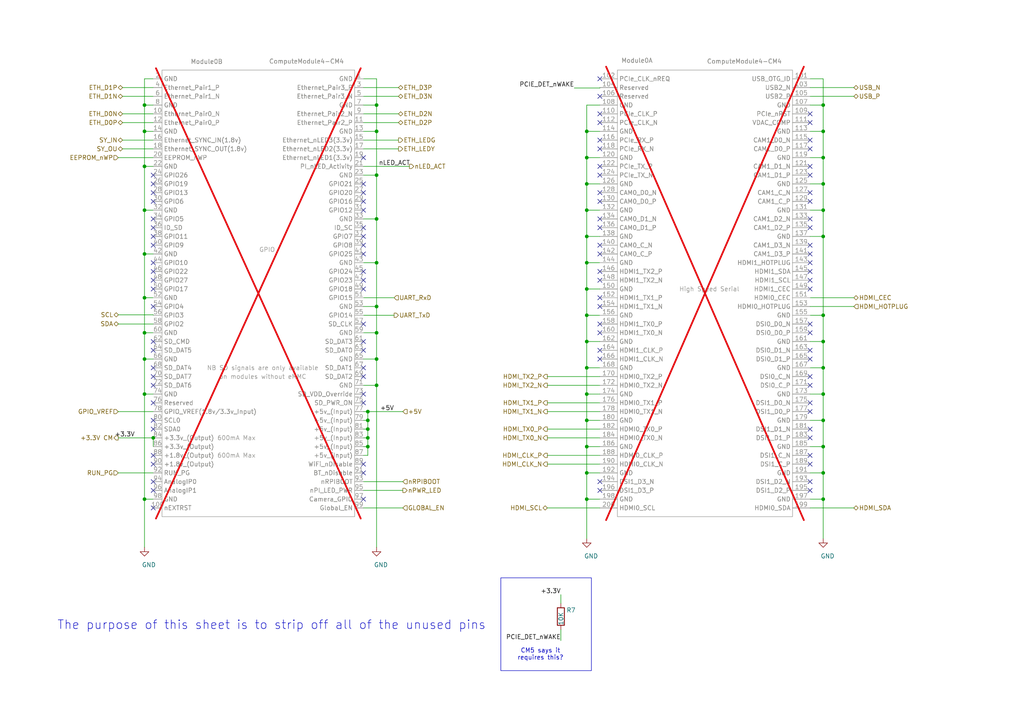
<source format=kicad_sch>
(kicad_sch (version 20231120) (generator "eeschema") (generator_version "8.0")
  (paper "A4")
  (title_block (title "Hexa-Pi") (date "2024-01/02") (rev "1.0") (company "Coxyz") (comment 1 "fjc"))
  (lib_symbols
    (symbol "CM4IO:ComputeModule4-CM4"
      (property "Reference" "Module" (at 113.03 -68.58 0))
      (property "Value" "ComputeModule4-CM4" (at 140.97 2.54 0))
      (property "Special" "Hirose" (at 0 0 0))
      (symbol "ComputeModule4-CM4_1_0"
        (text "GPIO" (at 0 6.35 0) (effects (font (size 1.27 1.27))))
      )
      (symbol "ComputeModule4-CM4_1_1"
        (rectangle (start -30.48 -71.12) (end 25.4 58.42))
        (text "600mA Max" (at -8.89 -53.34 0) (effects (font (size 1.27 1.27))))
        (text "600mA Max" (at -8.89 -48.26 0) (effects (font (size 1.27 1.27))))
        (text "NB SD signals are only available" (at -1.27 -27.94 0) (effects (font (size 1.27 1.27))))
        (text "on modules without eMMC" (at -1.27 -30.48 0) (effects (font (size 1.27 1.27))))
        (pin power_in line (at 27.94 55.88 180) (length 2.54) (name "GND") (number "1"))
        (pin passive line (at -33.02 45.72 0) (length 2.54) (name "Ethernet_Pair0_N") (number "10"))
        (pin output line (at -33.02 -68.58 0) (length 2.54) (name "nEXTRST") (number "100"))
        (pin passive line (at 27.94 43.18 180) (length 2.54) (name "Ethernet_Pair2_P") (number "11"))
        (pin passive line (at -33.02 43.18 0) (length 2.54) (name "Ethernet_Pair0_P") (number "12"))
        (pin power_in line (at 27.94 40.64 180) (length 2.54) (name "GND") (number "13"))
        (pin power_in line (at -33.02 40.64 0) (length 2.54) (name "GND") (number "14"))
        (pin output line (at 27.94 38.1 180) (length 2.54) (name "Ethernet_nLED3(3.3v)") (number "15"))
        (pin input line (at -33.02 38.1 0) (length 2.54) (name "Ethernet_SYNC_IN(1.8v)") (number "16"))
        (pin output line (at 27.94 35.56 180) (length 2.54) (name "Ethernet_nLED2(3.3v)") (number "17"))
        (pin input line (at -33.02 35.56 0) (length 2.54) (name "Ethernet_SYNC_OUT(1.8v)") (number "18"))
        (pin output line (at 27.94 33.02 180) (length 2.54) (name "Ethernet_nLED1(3.3v)") (number "19"))
        (pin power_in line (at -33.02 55.88 0) (length 2.54) (name "GND") (number "2"))
        (pin passive line (at -33.02 33.02 0) (length 2.54) (name "EEPROM_nWP") (number "20"))
        (pin open_collector line (at 27.94 30.48 180) (length 2.54) (name "PI_nLED_Activity") (number "21"))
        (pin power_in line (at -33.02 30.48 0) (length 2.54) (name "GND") (number "22"))
        (pin power_in line (at 27.94 27.94 180) (length 2.54) (name "GND") (number "23"))
        (pin passive line (at -33.02 27.94 0) (length 2.54) (name "GPIO26") (number "24"))
        (pin passive line (at 27.94 25.4 180) (length 2.54) (name "GPIO21") (number "25"))
        (pin passive line (at -33.02 25.4 0) (length 2.54) (name "GPIO19") (number "26"))
        (pin passive line (at 27.94 22.86 180) (length 2.54) (name "GPIO20") (number "27"))
        (pin passive line (at -33.02 22.86 0) (length 2.54) (name "GPIO13") (number "28"))
        (pin passive line (at 27.94 20.32 180) (length 2.54) (name "GPIO16") (number "29"))
        (pin passive line (at 27.94 53.34 180) (length 2.54) (name "Ethernet_Pair3_P") (number "3"))
        (pin passive line (at -33.02 20.32 0) (length 2.54) (name "GPIO6") (number "30"))
        (pin passive line (at 27.94 17.78 180) (length 2.54) (name "GPIO12") (number "31"))
        (pin power_in line (at -33.02 17.78 0) (length 2.54) (name "GND") (number "32"))
        (pin power_in line (at 27.94 15.24 180) (length 2.54) (name "GND") (number "33"))
        (pin passive line (at -33.02 15.24 0) (length 2.54) (name "GPIO5") (number "34"))
        (pin passive line (at 27.94 12.7 180) (length 2.54) (name "ID_SC") (number "35"))
        (pin passive line (at -33.02 12.7 0) (length 2.54) (name "ID_SD") (number "36"))
        (pin passive line (at 27.94 10.16 180) (length 2.54) (name "GPIO7") (number "37"))
        (pin passive line (at -33.02 10.16 0) (length 2.54) (name "GPIO11") (number "38"))
        (pin passive line (at 27.94 7.62 180) (length 2.54) (name "GPIO8") (number "39"))
        (pin passive line (at -33.02 53.34 0) (length 2.54) (name "Ethernet_Pair1_P") (number "4"))
        (pin passive line (at -33.02 7.62 0) (length 2.54) (name "GPIO9") (number "40"))
        (pin passive line (at 27.94 5.08 180) (length 2.54) (name "GPIO25") (number "41"))
        (pin power_in line (at -33.02 5.08 0) (length 2.54) (name "GND") (number "42"))
        (pin power_in line (at 27.94 2.54 180) (length 2.54) (name "GND") (number "43"))
        (pin passive line (at -33.02 2.54 0) (length 2.54) (name "GPIO10") (number "44"))
        (pin passive line (at 27.94 0 180) (length 2.54) (name "GPIO24") (number "45"))
        (pin passive line (at -33.02 0 0) (length 2.54) (name "GPIO22") (number "46"))
        (pin passive line (at 27.94 -2.54 180) (length 2.54) (name "GPIO23") (number "47"))
        (pin passive line (at -33.02 -2.54 0) (length 2.54) (name "GPIO27") (number "48"))
        (pin passive line (at 27.94 -5.08 180) (length 2.54) (name "GPIO18") (number "49"))
        (pin passive line (at 27.94 50.8 180) (length 2.54) (name "Ethernet_Pair3_N") (number "5"))
        (pin passive line (at -33.02 -5.08 0) (length 2.54) (name "GPIO17") (number "50"))
        (pin passive line (at 27.94 -7.62 180) (length 2.54) (name "GPIO15") (number "51"))
        (pin power_in line (at -33.02 -7.62 0) (length 2.54) (name "GND") (number "52"))
        (pin power_in line (at 27.94 -10.16 180) (length 2.54) (name "GND") (number "53"))
        (pin passive line (at -33.02 -10.16 0) (length 2.54) (name "GPIO4") (number "54"))
        (pin passive line (at 27.94 -12.7 180) (length 2.54) (name "GPIO14") (number "55"))
        (pin passive line (at -33.02 -12.7 0) (length 2.54) (name "GPIO3") (number "56"))
        (pin passive line (at 27.94 -15.24 180) (length 2.54) (name "SD_CLK") (number "57"))
        (pin passive line (at -33.02 -15.24 0) (length 2.54) (name "GPIO2") (number "58"))
        (pin power_in line (at 27.94 -17.78 180) (length 2.54) (name "GND") (number "59"))
        (pin passive line (at -33.02 50.8 0) (length 2.54) (name "Ethernet_Pair1_N") (number "6"))
        (pin power_in line (at -33.02 -17.78 0) (length 2.54) (name "GND") (number "60"))
        (pin passive line (at 27.94 -20.32 180) (length 2.54) (name "SD_DAT3") (number "61"))
        (pin passive line (at -33.02 -20.32 0) (length 2.54) (name "SD_CMD") (number "62"))
        (pin passive line (at 27.94 -22.86 180) (length 2.54) (name "SD_DAT0") (number "63"))
        (pin passive line (at -33.02 -22.86 0) (length 2.54) (name "SD_DAT5") (number "64"))
        (pin power_in line (at 27.94 -25.4 180) (length 2.54) (name "GND") (number "65"))
        (pin power_in line (at -33.02 -25.4 0) (length 2.54) (name "GND") (number "66"))
        (pin passive line (at 27.94 -27.94 180) (length 2.54) (name "SD_DAT1") (number "67"))
        (pin passive line (at -33.02 -27.94 0) (length 2.54) (name "SD_DAT4") (number "68"))
        (pin passive line (at 27.94 -30.48 180) (length 2.54) (name "SD_DAT2") (number "69"))
        (pin power_in line (at 27.94 48.26 180) (length 2.54) (name "GND") (number "7"))
        (pin passive line (at -33.02 -30.48 0) (length 2.54) (name "SD_DAT7") (number "70"))
        (pin power_in line (at 27.94 -33.02 180) (length 2.54) (name "GND") (number "71"))
        (pin passive line (at -33.02 -33.02 0) (length 2.54) (name "SD_DAT6") (number "72"))
        (pin input line (at 27.94 -35.56 180) (length 2.54) (name "SD_VDD_Override") (number "73"))
        (pin power_in line (at -33.02 -35.56 0) (length 2.54) (name "GND") (number "74"))
        (pin output line (at 27.94 -38.1 180) (length 2.54) (name "SD_PWR_ON") (number "75"))
        (pin passive line (at -33.02 -38.1 0) (length 2.54) (name "Reserved") (number "76"))
        (pin power_in line (at 27.94 -40.64 180) (length 2.54) (name "+5v_(Input)") (number "77"))
        (pin power_in line (at -33.02 -40.64 0) (length 2.54) (name "GPIO_VREF(1.8v/3.3v_Input)") (number "78"))
        (pin power_in line (at 27.94 -43.18 180) (length 2.54) (name "+5v_(Input)") (number "79"))
        (pin power_in line (at -33.02 48.26 0) (length 2.54) (name "GND") (number "8"))
        (pin passive line (at -33.02 -43.18 0) (length 2.54) (name "SCL0") (number "80"))
        (pin power_in line (at 27.94 -45.72 180) (length 2.54) (name "+5v_(Input)") (number "81"))
        (pin passive line (at -33.02 -45.72 0) (length 2.54) (name "SDA0") (number "82"))
        (pin power_in line (at 27.94 -48.26 180) (length 2.54) (name "+5v_(Input)") (number "83"))
        (pin power_out line (at -33.02 -48.26 0) (length 2.54) (name "+3.3v_(Output)") (number "84"))
        (pin power_in line (at 27.94 -50.8 180) (length 2.54) (name "+5v_(Input)") (number "85"))
        (pin power_out line (at -33.02 -50.8 0) (length 2.54) (name "+3.3v_(Output)") (number "86"))
        (pin power_in line (at 27.94 -53.34 180) (length 2.54) (name "+5v_(Input)") (number "87"))
        (pin power_out line (at -33.02 -53.34 0) (length 2.54) (name "+1.8v_(Output)") (number "88"))
        (pin power_in line (at 27.94 -55.88 180) (length 2.54) (name "WiFi_nDisable") (number "89"))
        (pin passive line (at 27.94 45.72 180) (length 2.54) (name "Ethernet_Pair2_N") (number "9"))
        (pin power_out line (at -33.02 -55.88 0) (length 2.54) (name "+1.8v_(Output)") (number "90"))
        (pin power_in line (at 27.94 -58.42 180) (length 2.54) (name "BT_nDisable") (number "91"))
        (pin passive line (at -33.02 -58.42 0) (length 2.54) (name "RUN_PG") (number "92"))
        (pin input line (at 27.94 -60.96 180) (length 2.54) (name "nRPIBOOT") (number "93"))
        (pin passive line (at -33.02 -60.96 0) (length 2.54) (name "AnalogIP0") (number "94"))
        (pin output line (at 27.94 -63.5 180) (length 2.54) (name "nPI_LED_PWR") (number "95"))
        (pin passive line (at -33.02 -63.5 0) (length 2.54) (name "AnalogIP1") (number "96"))
        (pin passive line (at 27.94 -66.04 180) (length 2.54) (name "Camera_GPIO") (number "97"))
        (pin power_in line (at -33.02 -66.04 0) (length 2.54) (name "GND") (number "98"))
        (pin input line (at 27.94 -68.58 180) (length 2.54) (name "Global_EN") (number "99"))
      )
      (symbol "ComputeModule4-CM4_2_1"
        (rectangle (start 114.3 -66.04) (end 165.1 63.5))
        (text "High Speed Serial" (at 140.97 0 0) (effects (font (size 1.27 1.27))))
        (pin input line (at 170.18 60.96 180) (length 5.08) (name "USB_OTG_ID") (number "101"))
        (pin input line (at 109.22 60.96 0) (length 5.08) (name "PCIe_CLK_nREQ") (number "102"))
        (pin passive line (at 170.18 58.42 180) (length 5.08) (name "USB2_N") (number "103"))
        (pin passive line (at 109.22 58.42 0) (length 5.08) (name "Reserved") (number "104"))
        (pin passive line (at 170.18 55.88 180) (length 5.08) (name "USB2_P") (number "105"))
        (pin passive line (at 109.22 55.88 0) (length 5.08) (name "Reserved") (number "106"))
        (pin power_in line (at 170.18 53.34 180) (length 5.08) (name "GND") (number "107"))
        (pin power_in line (at 109.22 53.34 0) (length 5.08) (name "GND") (number "108"))
        (pin bidirectional line (at 170.18 50.8 180) (length 5.08) (name "PCIe_nRST") (number "109"))
        (pin output line (at 109.22 50.8 0) (length 5.08) (name "PCIe_CLK_P") (number "110"))
        (pin passive line (at 170.18 48.26 180) (length 5.08) (name "VDAC_COMP") (number "111"))
        (pin output line (at 109.22 48.26 0) (length 5.08) (name "PCIe_CLK_N") (number "112"))
        (pin power_in line (at 170.18 45.72 180) (length 5.08) (name "GND") (number "113"))
        (pin power_in line (at 109.22 45.72 0) (length 5.08) (name "GND") (number "114"))
        (pin input line (at 170.18 43.18 180) (length 5.08) (name "CAM1_D0_N") (number "115"))
        (pin input line (at 109.22 43.18 0) (length 5.08) (name "PCIe_RX_P") (number "116"))
        (pin input line (at 170.18 40.64 180) (length 5.08) (name "CAM1_D0_P") (number "117"))
        (pin input line (at 109.22 40.64 0) (length 5.08) (name "PCIe_RX_N") (number "118"))
        (pin power_in line (at 170.18 38.1 180) (length 5.08) (name "GND") (number "119"))
        (pin power_in line (at 109.22 38.1 0) (length 5.08) (name "GND") (number "120"))
        (pin input line (at 170.18 35.56 180) (length 5.08) (name "CAM1_D1_N") (number "121"))
        (pin output line (at 109.22 35.56 0) (length 5.08) (name "PCIe_TX_P") (number "122"))
        (pin input line (at 170.18 33.02 180) (length 5.08) (name "CAM1_D1_P") (number "123"))
        (pin output line (at 109.22 33.02 0) (length 5.08) (name "PCIe_TX_N") (number "124"))
        (pin power_in line (at 170.18 30.48 180) (length 5.08) (name "GND") (number "125"))
        (pin power_in line (at 109.22 30.48 0) (length 5.08) (name "GND") (number "126"))
        (pin input line (at 170.18 27.94 180) (length 5.08) (name "CAM1_C_N") (number "127"))
        (pin input line (at 109.22 27.94 0) (length 5.08) (name "CAM0_D0_N") (number "128"))
        (pin input line (at 170.18 25.4 180) (length 5.08) (name "CAM1_C_P") (number "129"))
        (pin input line (at 109.22 25.4 0) (length 5.08) (name "CAM0_D0_P") (number "130"))
        (pin power_in line (at 170.18 22.86 180) (length 5.08) (name "GND") (number "131"))
        (pin power_in line (at 109.22 22.86 0) (length 5.08) (name "GND") (number "132"))
        (pin input line (at 170.18 20.32 180) (length 5.08) (name "CAM1_D2_N") (number "133"))
        (pin input line (at 109.22 20.32 0) (length 5.08) (name "CAM0_D1_N") (number "134"))
        (pin input line (at 170.18 17.78 180) (length 5.08) (name "CAM1_D2_P") (number "135"))
        (pin input line (at 109.22 17.78 0) (length 5.08) (name "CAM0_D1_P") (number "136"))
        (pin power_in line (at 170.18 15.24 180) (length 5.08) (name "GND") (number "137"))
        (pin power_in line (at 109.22 15.24 0) (length 5.08) (name "GND") (number "138"))
        (pin input line (at 170.18 12.7 180) (length 5.08) (name "CAM1_D3_N") (number "139"))
        (pin input line (at 109.22 12.7 0) (length 5.08) (name "CAM0_C_N") (number "140"))
        (pin input line (at 170.18 10.16 180) (length 5.08) (name "CAM1_D3_P") (number "141"))
        (pin input line (at 109.22 10.16 0) (length 5.08) (name "CAM0_C_P") (number "142"))
        (pin input line (at 170.18 7.62 180) (length 5.08) (name "HDMI1_HOTPLUG") (number "143"))
        (pin power_in line (at 109.22 7.62 0) (length 5.08) (name "GND") (number "144"))
        (pin bidirectional line (at 170.18 5.08 180) (length 5.08) (name "HDMI1_SDA") (number "145"))
        (pin output line (at 109.22 5.08 0) (length 5.08) (name "HDMI1_TX2_P") (number "146"))
        (pin open_collector line (at 170.18 2.54 180) (length 5.08) (name "HDMI1_SCL") (number "147"))
        (pin output line (at 109.22 2.54 0) (length 5.08) (name "HDMI1_TX2_N") (number "148"))
        (pin open_collector line (at 170.18 0 180) (length 5.08) (name "HDMI1_CEC") (number "149"))
        (pin power_in line (at 109.22 0 0) (length 5.08) (name "GND") (number "150"))
        (pin open_collector line (at 170.18 -2.54 180) (length 5.08) (name "HDMI0_CEC") (number "151"))
        (pin output line (at 109.22 -2.54 0) (length 5.08) (name "HDMI1_TX1_P") (number "152"))
        (pin input line (at 170.18 -5.08 180) (length 5.08) (name "HDMI0_HOTPLUG") (number "153"))
        (pin output line (at 109.22 -5.08 0) (length 5.08) (name "HDMI1_TX1_N") (number "154"))
        (pin power_in line (at 170.18 -7.62 180) (length 5.08) (name "GND") (number "155"))
        (pin power_in line (at 109.22 -7.62 0) (length 5.08) (name "GND") (number "156"))
        (pin output line (at 170.18 -10.16 180) (length 5.08) (name "DSI0_D0_N") (number "157"))
        (pin output line (at 109.22 -10.16 0) (length 5.08) (name "HDMI1_TX0_P") (number "158"))
        (pin output line (at 170.18 -12.7 180) (length 5.08) (name "DSI0_D0_P") (number "159"))
        (pin output line (at 109.22 -12.7 0) (length 5.08) (name "HDMI1_TX0_N") (number "160"))
        (pin power_in line (at 170.18 -15.24 180) (length 5.08) (name "GND") (number "161"))
        (pin power_in line (at 109.22 -15.24 0) (length 5.08) (name "GND") (number "162"))
        (pin output line (at 170.18 -17.78 180) (length 5.08) (name "DSI0_D1_N") (number "163"))
        (pin output line (at 109.22 -17.78 0) (length 5.08) (name "HDMI1_CLK_P") (number "164"))
        (pin output line (at 170.18 -20.32 180) (length 5.08) (name "DSI0_D1_P") (number "165"))
        (pin output line (at 109.22 -20.32 0) (length 5.08) (name "HDMI1_CLK_N") (number "166"))
        (pin power_in line (at 170.18 -22.86 180) (length 5.08) (name "GND") (number "167"))
        (pin power_in line (at 109.22 -22.86 0) (length 5.08) (name "GND") (number "168"))
        (pin output line (at 170.18 -25.4 180) (length 5.08) (name "DSI0_C_N") (number "169"))
        (pin output line (at 109.22 -25.4 0) (length 5.08) (name "HDMI0_TX2_P") (number "170"))
        (pin output line (at 170.18 -27.94 180) (length 5.08) (name "DSI0_C_P") (number "171"))
        (pin output line (at 109.22 -27.94 0) (length 5.08) (name "HDMI0_TX2_N") (number "172"))
        (pin power_in line (at 170.18 -30.48 180) (length 5.08) (name "GND") (number "173"))
        (pin power_in line (at 109.22 -30.48 0) (length 5.08) (name "GND") (number "174"))
        (pin output line (at 170.18 -33.02 180) (length 5.08) (name "DSI1_D0_N") (number "175"))
        (pin output line (at 109.22 -33.02 0) (length 5.08) (name "HDMI0_TX1_P") (number "176"))
        (pin output line (at 170.18 -35.56 180) (length 5.08) (name "DSI1_D0_P") (number "177"))
        (pin output line (at 109.22 -35.56 0) (length 5.08) (name "HDMI0_TX1_N") (number "178"))
        (pin power_in line (at 170.18 -38.1 180) (length 5.08) (name "GND") (number "179"))
        (pin power_in line (at 109.22 -38.1 0) (length 5.08) (name "GND") (number "180"))
        (pin output line (at 170.18 -40.64 180) (length 5.08) (name "DSI1_D1_N") (number "181"))
        (pin output line (at 109.22 -40.64 0) (length 5.08) (name "HDMI0_TX0_P") (number "182"))
        (pin output line (at 170.18 -43.18 180) (length 5.08) (name "DSI1_D1_P") (number "183"))
        (pin output line (at 109.22 -43.18 0) (length 5.08) (name "HDMI0_TX0_N") (number "184"))
        (pin power_in line (at 170.18 -45.72 180) (length 5.08) (name "GND") (number "185"))
        (pin power_in line (at 109.22 -45.72 0) (length 5.08) (name "GND") (number "186"))
        (pin output line (at 170.18 -48.26 180) (length 5.08) (name "DSI1_C_N") (number "187"))
        (pin output line (at 109.22 -48.26 0) (length 5.08) (name "HDMI0_CLK_P") (number "188"))
        (pin output line (at 170.18 -50.8 180) (length 5.08) (name "DSI1_C_P") (number "189"))
        (pin output line (at 109.22 -50.8 0) (length 5.08) (name "HDMI0_CLK_N") (number "190"))
        (pin power_in line (at 170.18 -53.34 180) (length 5.08) (name "GND") (number "191"))
        (pin power_in line (at 109.22 -53.34 0) (length 5.08) (name "GND") (number "192"))
        (pin output line (at 170.18 -55.88 180) (length 5.08) (name "DSI1_D2_N") (number "193"))
        (pin output line (at 109.22 -55.88 0) (length 5.08) (name "DSI1_D3_N") (number "194"))
        (pin output line (at 170.18 -58.42 180) (length 5.08) (name "DSI1_D2_P") (number "195"))
        (pin output line (at 109.22 -58.42 0) (length 5.08) (name "DSI1_D3_P") (number "196"))
        (pin power_in line (at 170.18 -60.96 180) (length 5.08) (name "GND") (number "197"))
        (pin power_in line (at 109.22 -60.96 0) (length 5.08) (name "GND") (number "198"))
        (pin bidirectional line (at 170.18 -63.5 180) (length 5.08) (name "HDMI0_SDA") (number "199"))
        (pin open_collector line (at 109.22 -63.5 0) (length 5.08) (name "HDMI0_SCL") (number "200"))
      )
    )
    (symbol "Device:R" (pin_numbers hide) (pin_names (offset 0))
      (property "Reference" "R" (at 2.032 0 90))
      (property "Value" "R" (at 0 0 90))
      (symbol "R_0_1"
        (rectangle (start -1.016 -2.54) (end 1.016 2.54) (stroke (width 0.254)))
      )
      (symbol "R_1_1"
        (pin passive line (at 0 3.81 270) (length 1.27) (name "~") (number "1"))
        (pin passive line (at 0 -3.81 90) (length 1.27) (name "~") (number "2"))
      )
    )
    (symbol "power:GND" (power) (pin_names (offset 0))
      (property "Value" "GND" (at 0 -3.81 0))
      (symbol "GND_0_1"
        (polyline (pts (xy 0 0) (xy 0 -1.27) (xy 1.27 -1.27) (xy 0 -2.54) (xy -1.27 -1.27) (xy 0 -1.27)))
      )
      (symbol "GND_1_1"
        (pin power_in line (at 0 0 270) (length 0) hide (name "GND") (number "1"))
      )
    )
  )
  (junction (at 170.18 53.34) (diameter 0.9144))
  (junction (at 109.22 76.2) (diameter 0.9144))
  (junction (at 106.68 119.38) (diameter 0.9144))
  (junction (at 41.91 38.1) (diameter 0.9144))
  (junction (at 109.22 50.8) (diameter 0.9144))
  (junction (at 170.18 121.92) (diameter 0.9144))
  (junction (at 170.18 76.2) (diameter 0.9144))
  (junction (at 238.76 45.72) (diameter 0.9144))
  (junction (at 170.18 114.3) (diameter 0.9144))
  (junction (at 106.68 129.54) (diameter 0.9144))
  (junction (at 41.91 60.96) (diameter 0.9144))
  (junction (at 170.18 137.16) (diameter 0.9144))
  (junction (at 170.18 68.58) (diameter 0.9144))
  (junction (at 170.18 45.72) (diameter 0.9144))
  (junction (at 109.22 104.14) (diameter 0.9144))
  (junction (at 238.76 53.34) (diameter 0.9144))
  (junction (at 44.45 127))
  (junction (at 238.76 99.06) (diameter 0.9144))
  (junction (at 41.91 144.78) (diameter 0.9144))
  (junction (at 41.91 114.3) (diameter 0.9144))
  (junction (at 109.22 30.48) (diameter 0.9144))
  (junction (at 238.76 137.16) (diameter 0.9144))
  (junction (at 238.76 129.54) (diameter 0.9144))
  (junction (at 238.76 30.48) (diameter 0.9144))
  (junction (at 106.68 121.92) (diameter 0.9144))
  (junction (at 238.76 144.78) (diameter 0.9144))
  (junction (at 170.18 83.82) (diameter 0.9144))
  (junction (at 170.18 60.96) (diameter 0.9144))
  (junction (at 41.91 96.52) (diameter 0.9144))
  (junction (at 238.76 68.58) (diameter 0.9144))
  (junction (at 170.18 91.44) (diameter 0.9144))
  (junction (at 41.91 86.36) (diameter 0.914))
  (junction (at 238.76 114.3) (diameter 0.9144))
  (junction (at 106.68 127) (diameter 0.9144))
  (junction (at 41.91 30.48) (diameter 0.9144))
  (junction (at 109.22 96.52) (diameter 0.9144))
  (junction (at 238.76 91.44) (diameter 0.9144))
  (junction (at 170.18 99.06) (diameter 0.9144))
  (junction (at 238.76 106.68) (diameter 0.9144))
  (junction (at 238.76 60.96) (diameter 0.9144))
  (junction (at 170.18 129.54) (diameter 0.9144))
  (junction (at 170.18 144.78) (diameter 0.9144))
  (junction (at 41.91 48.26) (diameter 0.9144))
  (junction (at 170.18 38.1) (diameter 0.9144))
  (junction (at 170.18 106.68) (diameter 0.9144))
  (junction (at 41.91 104.14) (diameter 0.9144))
  (junction (at 106.68 124.46) (diameter 0.9144))
  (junction (at 41.91 73.66) (diameter 0.9144))
  (junction (at 109.22 111.76) (diameter 0.9144))
  (junction (at 238.76 38.1) (diameter 0.9144))
  (junction (at 109.22 38.1) (diameter 0.9144))
  (junction (at 109.22 63.5) (diameter 0.9144))
  (junction (at 238.76 121.92) (diameter 0.9144))
  (junction (at 109.22 88.9) (diameter 0.9144))
  (no_connect (at 173.99 101.6))
  (no_connect (at 234.95 104.14))
  (no_connect (at 44.45 147.32))
  (no_connect (at 105.41 78.74))
  (no_connect (at 173.99 73.66))
  (no_connect (at 105.41 93.98))
  (no_connect (at 44.45 132.08))
  (no_connect (at 173.99 27.94))
  (no_connect (at 44.45 101.6))
  (no_connect (at 173.99 86.36))
  (no_connect (at 105.41 101.6))
  (no_connect (at 44.45 53.34))
  (no_connect (at 105.41 60.96))
  (no_connect (at 44.45 78.74))
  (no_connect (at 234.95 73.66))
  (no_connect (at 234.95 76.2))
  (no_connect (at 44.45 124.46))
  (no_connect (at 44.45 71.12))
  (no_connect (at 44.45 58.42))
  (no_connect (at 105.41 45.72))
  (no_connect (at 173.99 139.7))
  (no_connect (at 173.99 81.28))
  (no_connect (at 105.41 109.22))
  (no_connect (at 105.41 114.3))
  (no_connect (at 105.41 53.34))
  (no_connect (at 173.99 40.64))
  (no_connect (at 234.95 116.84))
  (no_connect (at 173.99 142.24))
  (no_connect (at 234.95 139.7))
  (no_connect (at 234.95 81.28))
  (no_connect (at 173.99 71.12))
  (no_connect (at 234.95 109.22))
  (no_connect (at 234.95 124.46))
  (no_connect (at 44.45 83.82))
  (no_connect (at 105.41 144.78))
  (no_connect (at 173.99 88.9))
  (no_connect (at 234.95 71.12))
  (no_connect (at 44.45 99.06))
  (no_connect (at 105.41 116.84))
  (no_connect (at 234.95 66.04))
  (no_connect (at 173.99 48.26))
  (no_connect (at 44.45 111.76))
  (no_connect (at 105.41 81.28))
  (no_connect (at 234.95 55.88))
  (no_connect (at 234.95 43.18))
  (no_connect (at 173.99 35.56))
  (no_connect (at 44.45 50.8))
  (no_connect (at 173.99 66.04))
  (no_connect (at 105.41 134.62))
  (no_connect (at 44.45 76.2))
  (no_connect (at 105.41 58.42))
  (no_connect (at 234.95 101.6))
  (no_connect (at 44.45 81.28))
  (no_connect (at 105.41 83.82))
  (no_connect (at 234.95 134.62))
  (no_connect (at 173.99 50.8))
  (no_connect (at 173.99 55.88))
  (no_connect (at 234.95 142.24))
  (no_connect (at 105.41 68.58))
  (no_connect (at 173.99 63.5))
  (no_connect (at 234.95 35.56))
  (no_connect (at 234.95 50.8))
  (no_connect (at 105.41 99.06))
  (no_connect (at 234.95 33.02))
  (no_connect (at 234.95 40.64))
  (no_connect (at 234.95 119.38))
  (no_connect (at 44.45 139.7))
  (no_connect (at 234.95 48.26))
  (no_connect (at 234.95 58.42))
  (no_connect (at 44.45 142.24))
  (no_connect (at 173.99 104.14))
  (no_connect (at 173.99 78.74))
  (no_connect (at 234.95 63.5))
  (no_connect (at 173.99 58.42))
  (no_connect (at 105.41 73.66))
  (no_connect (at 44.45 88.9))
  (no_connect (at 234.95 83.82))
  (no_connect (at 44.45 55.88))
  (no_connect (at 44.45 63.5))
  (no_connect (at 234.95 78.74))
  (no_connect (at 105.41 55.88))
  (no_connect (at 234.95 96.52))
  (no_connect (at 105.41 71.12))
  (no_connect (at 173.99 33.02))
  (no_connect (at 44.45 134.62))
  (no_connect (at 44.45 116.84))
  (no_connect (at 44.45 109.22))
  (no_connect (at 234.95 93.98))
  (no_connect (at 234.95 132.08))
  (no_connect (at 173.99 22.86))
  (no_connect (at 44.45 121.92))
  (no_connect (at 105.41 66.04))
  (no_connect (at 234.95 127))
  (no_connect (at 105.41 106.68))
  (no_connect (at 44.45 68.58))
  (no_connect (at 173.99 93.98))
  (no_connect (at 234.95 111.76))
  (no_connect (at 44.45 106.68))
  (no_connect (at 173.99 43.18))
  (no_connect (at 44.45 66.04))
  (no_connect (at 173.99 96.52))
  (no_connect (at 105.41 137.16))
  (wire (pts (xy 41.91 96.52) (xy 41.91 104.14)))
  (wire (pts (xy 44.45 22.86) (xy 41.91 22.86)))
  (wire (pts (xy 238.76 68.58) (xy 238.76 60.96)))
  (wire (pts (xy 105.41 121.92) (xy 106.68 121.92)))
  (wire (pts (xy 158.75 124.46) (xy 173.99 124.46)))
  (wire (pts (xy 41.91 73.66) (xy 44.45 73.66)))
  (wire (pts (xy 105.41 25.4) (xy 115.57 25.4)))
  (wire (pts (xy 41.91 144.78) (xy 41.91 158.75)))
  (wire (pts (xy 35.56 33.02) (xy 44.45 33.02)))
  (wire (pts (xy 234.95 60.96) (xy 238.76 60.96)))
  (wire (pts (xy 109.22 63.5) (xy 109.22 50.8)))
  (wire (pts (xy 238.76 53.34) (xy 238.76 45.72)))
  (wire (pts (xy 34.29 137.16) (xy 44.45 137.16)))
  (wire (pts (xy 158.75 127) (xy 173.99 127)))
  (wire (pts (xy 158.75 134.62) (xy 173.99 134.62)))
  (wire (pts (xy 34.29 45.72) (xy 44.45 45.72)))
  (wire (pts (xy 105.41 96.52) (xy 109.22 96.52)))
  (wire (pts (xy 158.75 132.08) (xy 173.99 132.08)))
  (wire (pts (xy 170.18 121.92) (xy 170.18 114.3)))
  (wire (pts (xy 170.18 76.2) (xy 170.18 68.58)))
  (wire (pts (xy 105.41 30.48) (xy 109.22 30.48)))
  (wire (pts (xy 238.76 99.06) (xy 238.76 91.44)))
  (wire (pts (xy 234.95 22.86) (xy 238.76 22.86)))
  (wire (pts (xy 234.95 27.94) (xy 247.65 27.94)))
  (wire (pts (xy 234.95 88.9) (xy 247.65 88.9)))
  (wire (pts (xy 41.91 38.1) (xy 44.45 38.1)))
  (wire (pts (xy 109.22 104.14) (xy 109.22 96.52)))
  (wire (pts (xy 234.95 91.44) (xy 238.76 91.44)))
  (wire (pts (xy 41.91 114.3) (xy 41.91 144.78)))
  (wire (pts (xy 35.56 43.18) (xy 44.45 43.18)))
  (wire (pts (xy 105.41 50.8) (xy 109.22 50.8)))
  (wire (pts (xy 170.18 114.3) (xy 173.99 114.3)))
  (wire (pts (xy 105.41 91.44) (xy 114.3 91.44)))
  (wire (pts (xy 105.41 40.64) (xy 115.57 40.64)))
  (wire (pts (xy 158.75 119.38) (xy 173.99 119.38)))
  (wire (pts (xy 238.76 114.3) (xy 238.76 106.68)))
  (wire (pts (xy 44.45 93.98) (xy 34.3282 93.98)))
  (wire (pts (xy 170.18 99.06) (xy 173.99 99.06)))
  (wire (pts (xy 109.22 38.1) (xy 109.22 30.48)))
  (wire (pts (xy 170.18 156.21) (xy 170.18 144.78)))
  (wire (pts (xy 170.18 137.16) (xy 173.99 137.16)))
  (wire (pts (xy 238.76 38.1) (xy 234.95 38.1)))
  (wire (pts (xy 170.18 68.58) (xy 173.99 68.58)))
  (wire (pts (xy 41.91 114.3) (xy 44.45 114.3)))
  (wire (pts (xy 238.76 144.78) (xy 238.76 137.16)))
  (wire (pts (xy 170.18 129.54) (xy 173.99 129.54)))
  (wire (pts (xy 238.76 91.44) (xy 238.76 68.58)))
  (wire (pts (xy 158.75 116.84) (xy 173.99 116.84)))
  (wire (pts (xy 41.91 60.96) (xy 44.45 60.96)))
  (wire (pts (xy 109.22 22.86) (xy 105.41 22.86)))
  (wire (pts (xy 234.95 86.36) (xy 247.65 86.36)))
  (wire (pts (xy 170.18 137.16) (xy 170.18 129.54)))
  (wire (pts (xy 41.91 104.14) (xy 41.91 114.3)))
  (wire (pts (xy 105.41 124.46) (xy 106.68 124.46)))
  (wire (pts (xy 170.18 76.2) (xy 173.99 76.2)))
  (wire (pts (xy 105.41 129.54) (xy 106.68 129.54)))
  (wire (pts (xy 170.18 106.68) (xy 173.99 106.68)))
  (wire (pts (xy 105.41 76.2) (xy 109.22 76.2)))
  (wire (pts (xy 44.45 91.3152) (xy 44.45 91.44)))
  (wire (pts (xy 105.41 88.9) (xy 109.22 88.9)))
  (wire (pts (xy 238.76 129.54) (xy 238.76 121.92)))
  (wire (pts (xy 105.41 104.14) (xy 109.22 104.14)))
  (wire (pts (xy 35.56 25.4) (xy 44.45 25.4)))
  (wire (pts (xy 41.91 60.96) (xy 41.91 73.66)))
  (wire (pts (xy 41.91 96.52) (xy 44.45 96.52)))
  (wire (pts (xy 41.91 30.48) (xy 44.45 30.48)))
  (wire (pts (xy 238.76 60.96) (xy 238.76 53.34)))
  (wire (pts (xy 105.41 147.32) (xy 116.84 147.32)) (stroke (width 0.152)))
  (wire (pts (xy 41.91 73.66) (xy 41.91 86.36)))
  (wire (pts (xy 234.95 144.78) (xy 238.76 144.78)))
  (wire (pts (xy 105.41 127) (xy 106.68 127)))
  (wire (pts (xy 109.22 96.52) (xy 109.22 88.9)))
  (wire (pts (xy 234.95 99.06) (xy 238.76 99.06)))
  (wire (pts (xy 105.41 111.76) (xy 109.22 111.76)))
  (wire (pts (xy 41.91 144.78) (xy 44.45 144.78)))
  (wire (pts (xy 105.41 35.56) (xy 115.57 35.56)))
  (wire (pts (xy 234.95 114.3) (xy 238.76 114.3)))
  (wire (pts (xy 109.22 76.2) (xy 109.22 63.5)))
  (wire (pts (xy 234.95 106.68) (xy 238.76 106.68)))
  (wire (pts (xy 105.41 43.18) (xy 115.57 43.18)))
  (wire (pts (xy 170.18 144.78) (xy 170.18 137.16)))
  (wire (pts (xy 170.18 68.58) (xy 170.18 60.96)))
  (wire (pts (xy 44.45 127) (xy 44.45 129.54)))
  (wire (pts (xy 170.18 38.1) (xy 173.99 38.1)))
  (wire (pts (xy 170.18 144.78) (xy 173.99 144.78)))
  (wire (pts (xy 247.65 25.4) (xy 234.95 25.4)))
  (wire (pts (xy 34.29 119.38) (xy 44.45 119.38)))
  (wire (pts (xy 105.41 27.94) (xy 115.57 27.94)))
  (wire (pts (xy 41.91 104.14) (xy 44.45 104.14)))
  (wire (pts (xy 238.76 22.86) (xy 238.76 30.48)))
  (wire (pts (xy 105.41 86.36) (xy 114.3 86.36)))
  (wire (pts (xy 170.18 91.44) (xy 170.18 83.82)))
  (wire (pts (xy 238.76 144.78) (xy 238.76 156.21)))
  (wire (pts (xy 238.76 45.72) (xy 234.95 45.72)))
  (wire (pts (xy 238.76 38.1) (xy 238.76 30.48)))
  (wire (pts (xy 238.76 45.72) (xy 238.76 38.1)))
  (wire (pts (xy 109.22 30.48) (xy 109.22 22.86)))
  (wire (pts (xy 170.18 129.54) (xy 170.18 121.92)))
  (wire (pts (xy 238.76 137.16) (xy 238.76 129.54)))
  (wire (pts (xy 35.56 27.94) (xy 44.45 27.94)))
  (wire (pts (xy 170.18 114.3) (xy 170.18 106.68)))
  (wire (pts (xy 105.41 33.02) (xy 115.57 33.02)))
  (wire (pts (xy 105.41 139.7) (xy 116.84 139.7)))
  (wire (pts (xy 41.91 38.1) (xy 41.91 48.26)))
  (wire (pts (xy 170.18 45.72) (xy 173.99 45.72)))
  (wire (pts (xy 170.18 45.72) (xy 170.18 38.1)))
  (wire (pts (xy 41.91 30.48) (xy 41.91 38.1)))
  (wire (pts (xy 238.76 106.68) (xy 238.76 99.06)))
  (wire (pts (xy 158.75 111.76) (xy 173.99 111.76)))
  (wire (pts (xy 170.18 60.96) (xy 170.18 53.34)))
  (wire (pts (xy 170.18 99.06) (xy 170.18 91.44)))
  (wire (pts (xy 106.68 119.38) (xy 106.68 121.92)))
  (wire (pts (xy 106.68 121.92) (xy 106.68 124.46)))
  (wire (pts (xy 106.68 124.46) (xy 106.68 127)))
  (wire (pts (xy 106.68 127) (xy 106.68 129.54)))
  (wire (pts (xy 106.68 129.54) (xy 106.68 132.08)))
  (wire (pts (xy 109.22 158.75) (xy 109.22 111.76)))
  (wire (pts (xy 170.18 83.82) (xy 170.18 76.2)))
  (wire (pts (xy 109.22 88.9) (xy 109.22 76.2)))
  (wire (pts (xy 109.22 111.76) (xy 109.22 104.14)))
  (wire (pts (xy 234.95 68.58) (xy 238.76 68.58)))
  (wire (pts (xy 162.6723 172.4691) (xy 162.6723 175.0091)))
  (wire (pts (xy 34.3392 91.3152) (xy 44.45 91.3152)))
  (wire (pts (xy 170.18 91.44) (xy 173.99 91.44)))
  (wire (pts (xy 158.75 147.32) (xy 173.99 147.32)))
  (wire (pts (xy 234.95 121.92) (xy 238.76 121.92)))
  (wire (pts (xy 170.18 53.34) (xy 173.99 53.34)))
  (wire (pts (xy 234.95 137.16) (xy 238.76 137.16)))
  (wire (pts (xy 105.41 142.24) (xy 116.84 142.24)))
  (wire (pts (xy 34.29 127) (xy 44.45 127)))
  (wire (pts (xy 170.18 106.68) (xy 170.18 99.06)))
  (wire (pts (xy 162.6723 182.6291) (xy 162.6723 185.8041)))
  (wire (pts (xy 234.95 129.54) (xy 238.76 129.54)))
  (wire (pts (xy 105.41 119.38) (xy 106.68 119.38)))
  (wire (pts (xy 106.68 119.38) (xy 116.84 119.38)))
  (wire (pts (xy 35.56 35.56) (xy 44.45 35.56)))
  (wire (pts (xy 105.41 132.08) (xy 106.68 132.08)))
  (wire (pts (xy 234.95 147.32) (xy 247.65 147.32)))
  (wire (pts (xy 35.56 40.64) (xy 44.45 40.64)))
  (wire (pts (xy 105.41 38.1) (xy 109.22 38.1)))
  (wire (pts (xy 158.75 109.22) (xy 173.99 109.22)))
  (wire (pts (xy 166.5635 25.5214) (xy 173.99 25.5214)))
  (wire (pts (xy 109.22 50.8) (xy 109.22 38.1)))
  (wire (pts (xy 41.91 48.26) (xy 41.91 60.96)))
  (wire (pts (xy 238.76 121.92) (xy 238.76 114.3)))
  (wire (pts (xy 170.18 121.92) (xy 173.99 121.92)))
  (wire (pts (xy 173.99 25.5214) (xy 173.99 25.4)))
  (wire (pts (xy 238.76 30.48) (xy 234.95 30.48)))
  (wire (pts (xy 234.95 53.34) (xy 238.76 53.34)))
  (wire (pts (xy 41.91 86.36) (xy 41.91 96.52)))
  (wire (pts (xy 170.18 30.48) (xy 173.99 30.48)))
  (wire (pts (xy 105.41 63.5) (xy 109.22 63.5)))
  (wire (pts (xy 34.3282 93.98) (xy 34.3282 93.9411)))
  (wire (pts (xy 41.91 86.36) (xy 44.45 86.36)))
  (wire (pts (xy 170.18 53.34) (xy 170.18 45.72)))
  (wire (pts (xy 170.18 38.1) (xy 170.18 30.48)))
  (wire (pts (xy 170.18 60.96) (xy 173.99 60.96)))
  (wire (pts (xy 41.91 22.86) (xy 41.91 30.48)))
  (wire (pts (xy 170.18 83.82) (xy 173.99 83.82)))
  (wire (pts (xy 105.41 48.26) (xy 118.745 48.26)))
  (wire (pts (xy 41.91 48.26) (xy 44.45 48.26)))
  (rectangle (start 145.2607 167.6007) (end 171.5341 194.5072))
  (text "CM5 says it\nrequires this?" (at 156.7619 189.8646 0) (effects (font (size 1.27 1.27))))
  (text "The purpose of this sheet is to strip off all of the unused pins" (at 140.97 182.88 0) (effects (font (size 2.54 2.54)) (justify right bottom)))
  (label "PCIE_DET_nWAKE" (at 166.5635 25.5214 180))
  (label "+3.3V" (at 162.6723 172.4691 180))
  (label "nLED_ACT" (at 109.855 48.26 0))
  (label "+5V" (at 114.3 119.38 180))
  (label "PCIE_DET_nWAKE" (at 162.6723 185.8041 180))
  (label "+3.3V" (at 39.1223 127 180))
  (hierarchical_label "ETH_D1P" (shape bidirectional) (at 35.56 25.4 180))
  (hierarchical_label "UART_TxD" (shape output) (at 114.3 91.44 0))
  (hierarchical_label "HDMI_SDA" (shape bidirectional) (at 247.65 147.32 0))
  (hierarchical_label "ETH_D2N" (shape bidirectional) (at 115.57 33.02 0))
  (hierarchical_label "HDMI_SCL" (shape bidirectional) (at 158.75 147.32 180))
  (hierarchical_label "RUN_PG" (shape input) (at 34.29 137.16 180))
  (hierarchical_label "HDMI_CEC" (shape bidirectional) (at 247.65 86.36 0))
  (hierarchical_label "HDMI_CLK_N" (shape output) (at 158.75 134.62 180))
  (hierarchical_label "ETH_D0P" (shape bidirectional) (at 35.56 35.56 180))
  (hierarchical_label "HDMI_HOTPLUG" (shape input) (at 247.65 88.9 0))
  (hierarchical_label "ETH_LEDG" (shape output) (at 115.57 40.64 0))
  (hierarchical_label "+5V" (shape input) (at 116.84 119.38 0))
  (hierarchical_label "SY_IN" (shape bidirectional) (at 35.56 40.64 180))
  (hierarchical_label "HDMI_TX0_P" (shape output) (at 158.75 124.46 180))
  (hierarchical_label "USB_N" (shape bidirectional) (at 247.65 25.4 0))
  (hierarchical_label "SDA" (shape bidirectional) (at 34.3282 93.9411 180))
  (hierarchical_label "GPIO_VREF" (shape input) (at 34.29 119.38 180))
  (hierarchical_label "ETH_D3P" (shape bidirectional) (at 115.57 25.4 0))
  (hierarchical_label "SCL" (shape bidirectional) (at 34.3392 91.3152 180))
  (hierarchical_label "HDMI_TX1_N" (shape output) (at 158.75 119.38 180))
  (hierarchical_label "SY_OU" (shape bidirectional) (at 35.56 43.18 180))
  (hierarchical_label "HDMI_TX2_N" (shape output) (at 158.75 111.76 180))
  (hierarchical_label "HDMI_CLK_P" (shape output) (at 158.75 132.08 180))
  (hierarchical_label "ETH_D2P" (shape bidirectional) (at 115.57 35.56 0))
  (hierarchical_label "ETH_LEDY" (shape output) (at 115.57 43.18 0))
  (hierarchical_label "ETH_D3N" (shape bidirectional) (at 115.57 27.94 0))
  (hierarchical_label "nPWR_LED" (shape output) (at 116.84 142.24 0))
  (hierarchical_label "HDMI_TX1_P" (shape output) (at 158.75 116.84 180))
  (hierarchical_label "nLED_ACT" (shape output) (at 118.745 48.26 0))
  (hierarchical_label "ETH_D0N" (shape bidirectional) (at 35.56 33.02 180))
  (hierarchical_label "+3.3V CM" (shape output) (at 34.29 127 180))
  (hierarchical_label "HDMI_TX0_N" (shape output) (at 158.75 127 180))
  (hierarchical_label "ETH_D1N" (shape bidirectional) (at 35.56 27.94 180))
  (hierarchical_label "nRPIBOOT" (shape input) (at 116.84 139.7 0))
  (hierarchical_label "GLOBAL_EN" (shape input) (at 116.84 147.32 0))
  (hierarchical_label "EEPROM_nWP" (shape input) (at 34.29 45.72 180))
  (hierarchical_label "HDMI_TX2_P" (shape output) (at 158.75 109.22 180))
  (hierarchical_label "UART_RxD" (shape input) (at 114.3 86.36 0))
  (hierarchical_label "USB_P" (shape bidirectional) (at 247.65 27.94 0))
  (symbol (lib_id "power:GND") (at 109.22 158.75 0) (unit 1)
    (property "Reference" "#PWR055" (effects (hide yes)))
    (property "Value" "GND" (at 110.49 163.83 0))
    (instances (project "Hexa-Pi_1.1" (path "" (reference "#PWR055") (unit 1)) (path "" (reference "#PWR098") (unit 1)) (path "" (reference "#PWR016") (unit 1)) (path "" (reference "#PWR090") (unit 1)) (path "" (reference "#PWR066") (unit 1))))
  )
  (symbol (lib_id "power:GND") (at 170.18 156.21 0) (unit 1)
    (property "Reference" "#PWR057" (effects (hide yes)))
    (property "Value" "GND" (at 171.45 161.29 0))
    (instances (project "Hexa-Pi_1.1" (path "" (reference "#PWR057") (unit 1)) (path "" (reference "#PWR0100") (unit 1)) (path "" (reference "#PWR018") (unit 1)) (path "" (reference "#PWR092") (unit 1)) (path "" (reference "#PWR068") (unit 1))))
  )
  (symbol (lib_id "CM4IO:ComputeModule4-CM4") (at 77.47 78.74 0) (unit 1) (dnp yes)
    (property "Reference" "Module0" (at 184.7594 17.5381 0))
    (property "Value" "ComputeModule4-CM4" (at 88.9 17.78 0))
    (property "Footprint" "CM4IO:Raspberry-Pi-4-Compute-Module" (effects (hide yes)))
    (property "LCSC Part #" "DNP" (effects (hide yes)))
    (property "Part Description" "Generic Compute Module with 2 100 Pin Connectors" (effects (hide yes)))
    (property "Special" "DNP" (effects (hide yes)))
    (instances (project "Hexa-Pi_1.1" (path "" (reference "Module0") (unit 1)) (path "" (reference "Module1") (unit 1)) (path "" (reference "Module3") (unit 1)) (path "" (reference "Module4") (unit 1)) (path "" (reference "Module2") (unit 1))))
  )
  (symbol (lib_id "Device:R") (at 162.6723 178.8191 0) (unit 1)
    (property "Reference" "R7" (at 164.2738 176.9725 0) (effects (justify left)))
    (property "Value" "10K" (at 162.719 181.4075 90) (effects (justify left)))
    (property "Footprint" "Resistor_SMD:R_0603_1608Metric" (effects (hide yes)))
    (property "LCSC Part #" "C25804" (effects (hide yes)))
    (property "Part Description" "100mW  ±1% 10kΩ 0603 Chip Resistor - Surface Mount" (effects (hide yes)))
    (instances (project "Hexa-Pi_1.1" (path "" (reference "R7") (unit 1)) (path "" (reference "R12") (unit 1)) (path "" (reference "R10") (unit 1)) (path "" (reference "R9") (unit 1)) (path "" (reference "R8") (unit 1))))
  )
  (symbol (lib_id "power:GND") (at 238.76 156.21 0) (unit 1)
    (property "Reference" "#PWR058" (effects (hide yes)))
    (property "Value" "GND" (at 240.03 161.29 0))
    (instances (project "Hexa-Pi_1.1" (path "" (reference "#PWR058") (unit 1)) (path "" (reference "#PWR0101") (unit 1)) (path "" (reference "#PWR019") (unit 1)) (path "" (reference "#PWR093") (unit 1)) (path "" (reference "#PWR069") (unit 1))))
  )
  (symbol (lib_id "CM4IO:ComputeModule4-CM4") (at 64.77 83.82 0) (unit 2) (dnp yes)
    (property "Reference" "Module0" (at 59.9528 17.8568 0))
    (property "Value" "ComputeModule4-CM4" (at 215.9 17.78 0))
    (property "Footprint" "CM4IO:Raspberry-Pi-4-Compute-Module" (effects (hide yes)))
    (property "LCSC Part #" "DNP" (effects (hide yes)))
    (property "Part Description" "Generic Compute Module with 2 100 Pin Connectors" (effects (hide yes)))
    (property "Special" "DNP" (effects (hide yes)))
    (instances (project "Hexa-Pi_1.1" (path "" (reference "Module0") (unit 2)) (path "" (reference "Module1") (unit 2)) (path "" (reference "Module3") (unit 2)) (path "" (reference "Module4") (unit 2)) (path "" (reference "Module2") (unit 2))))
  )
  (symbol (lib_id "power:GND") (at 41.91 158.75 0) (unit 1)
    (property "Reference" "#PWR054" (effects (hide yes)))
    (property "Value" "GND" (at 43.18 163.83 0))
    (instances (project "Hexa-Pi_1.1" (path "" (reference "#PWR054") (unit 1)) (path "" (reference "#PWR097") (unit 1)) (path "" (reference "#PWR015") (unit 1)) (path "" (reference "#PWR089") (unit 1)) (path "" (reference "#PWR065") (unit 1))))
  )
)
</source>
